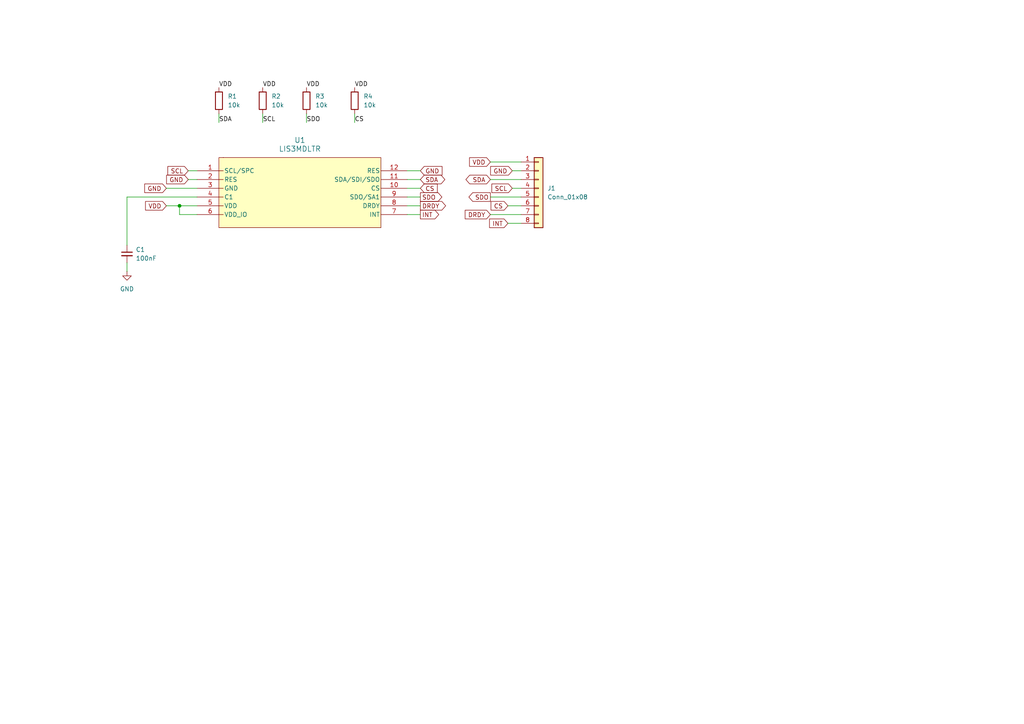
<source format=kicad_sch>
(kicad_sch (version 20231120) (generator "eeschema") (generator_version "8.0")
  (paper "A4")
  (lib_symbols
    (symbol "Connector_Generic:Conn_01x08" (pin_names (offset 1.016) hide)
      (property "Reference" "J" (at 0 10.16 0))
      (property "Value" "Conn_01x08" (at 0 -12.7 0))
      (symbol "Conn_01x08_1_1"
        (rectangle (start -1.27 -10.033) (end 0 -10.287) (stroke (width 0.1524)))
        (rectangle (start -1.27 -7.493) (end 0 -7.747) (stroke (width 0.1524)))
        (rectangle (start -1.27 -4.953) (end 0 -5.207) (stroke (width 0.1524)))
        (rectangle (start -1.27 -2.413) (end 0 -2.667) (stroke (width 0.1524)))
        (rectangle (start -1.27 0.127) (end 0 -0.127) (stroke (width 0.1524)))
        (rectangle (start -1.27 2.667) (end 0 2.413) (stroke (width 0.1524)))
        (rectangle (start -1.27 5.207) (end 0 4.953) (stroke (width 0.1524)))
        (rectangle (start -1.27 7.747) (end 0 7.493) (stroke (width 0.1524)))
        (rectangle (start -1.27 8.89) (end 1.27 -11.43) (stroke (width 0.254)) (fill (type background)))
        (pin passive line (at -5.08 7.62 0) (length 3.81) (name "Pin_1") (number "1"))
        (pin passive line (at -5.08 5.08 0) (length 3.81) (name "Pin_2") (number "2"))
        (pin passive line (at -5.08 2.54 0) (length 3.81) (name "Pin_3") (number "3"))
        (pin passive line (at -5.08 0 0) (length 3.81) (name "Pin_4") (number "4"))
        (pin passive line (at -5.08 -2.54 0) (length 3.81) (name "Pin_5") (number "5"))
        (pin passive line (at -5.08 -5.08 0) (length 3.81) (name "Pin_6") (number "6"))
        (pin passive line (at -5.08 -7.62 0) (length 3.81) (name "Pin_7") (number "7"))
        (pin passive line (at -5.08 -10.16 0) (length 3.81) (name "Pin_8") (number "8"))
      )
    )
    (symbol "Device:C_Small" (pin_numbers hide) (pin_names (offset 0.254) hide)
      (property "Reference" "C" (at 0.254 1.778 0))
      (property "Value" "C_Small" (at 0.254 -2.032 0))
      (symbol "C_Small_0_1"
        (polyline (pts (xy -1.524 -0.508) (xy 1.524 -0.508)) (stroke (width 0.3302)))
        (polyline (pts (xy -1.524 0.508) (xy 1.524 0.508)) (stroke (width 0.3048)))
      )
      (symbol "C_Small_1_1"
        (pin passive line (at 0 2.54 270) (length 2.032) (name "~") (number "1"))
        (pin passive line (at 0 -2.54 90) (length 2.032) (name "~") (number "2"))
      )
    )
    (symbol "Device:R" (pin_numbers hide) (pin_names (offset 0))
      (property "Reference" "R" (at 2.032 0 90))
      (property "Value" "R" (at 0 0 90))
      (symbol "R_0_1"
        (rectangle (start -1.016 -2.54) (end 1.016 2.54) (stroke (width 0.254)))
      )
      (symbol "R_1_1"
        (pin passive line (at 0 3.81 270) (length 1.27) (name "~") (number "1"))
        (pin passive line (at 0 -3.81 90) (length 1.27) (name "~") (number "2"))
      )
    )
    (symbol "lis3mdl:LIS3MDLTR" (pin_names (offset 0.254))
      (property "Reference" "U" (at 30.48 10.16 0))
      (property "Value" "LIS3MDLTR" (at 30.48 7.62 0))
      (symbol "LIS3MDLTR_0_1"
        (pin bidirectional line (at 0 0 0) (length 7.62) (name "SCL/SPC") (number "1"))
        (pin bidirectional line (at 60.96 -5.08 180) (length 7.62) (name "CS") (number "10"))
        (pin bidirectional line (at 60.96 -2.54 180) (length 7.62) (name "SDA/SDI/SDO") (number "11"))
        (pin unspecified line (at 60.96 0 180) (length 7.62) (name "RES") (number "12"))
        (pin unspecified line (at 0 -2.54 0) (length 7.62) (name "RES") (number "2"))
        (pin power_in line (at 0 -5.08 0) (length 7.62) (name "GND") (number "3"))
        (pin unspecified line (at 0 -7.62 0) (length 7.62) (name "C1") (number "4"))
        (pin power_in line (at 0 -10.16 0) (length 7.62) (name "VDD") (number "5"))
        (pin power_in line (at 0 -12.7 0) (length 7.62) (name "VDD_IO") (number "6"))
        (pin unspecified line (at 60.96 -12.7 180) (length 7.62) (name "INT") (number "7"))
        (pin unspecified line (at 60.96 -10.16 180) (length 7.62) (name "DRDY") (number "8"))
        (pin bidirectional line (at 60.96 -7.62 180) (length 7.62) (name "SDO/SA1") (number "9"))
      )
      (symbol "LIS3MDLTR_1_1"
        (rectangle (start 6.35 3.81) (end 53.34 -16.51) (fill (type background)))
        (rectangle (start 7.62 3.81) (end 7.62 3.81))
        (rectangle (start 7.62 3.81) (end 7.62 3.81))
        (rectangle (start 7.62 3.81) (end 7.62 3.81))
      )
    )
    (symbol "power:GND" (power) (pin_numbers hide) (pin_names (offset 0) hide)
      (property "Value" "GND" (at 0 -3.81 0))
      (symbol "GND_0_1"
        (polyline (pts (xy 0 0) (xy 0 -1.27) (xy 1.27 -1.27) (xy 0 -2.54) (xy -1.27 -1.27) (xy 0 -1.27)))
      )
      (symbol "GND_1_1"
        (pin power_in line (at 0 0 270) (length 0) (name "~") (number "1"))
      )
    )
  )
  (junction (at 52.07 59.69))
  (wire (pts (xy 142.24 46.99) (xy 151.13 46.99)))
  (wire (pts (xy 48.26 54.61) (xy 57.15 54.61)))
  (wire (pts (xy 142.24 52.07) (xy 151.13 52.07)))
  (wire (pts (xy 147.32 59.69) (xy 151.13 59.69)))
  (wire (pts (xy 148.59 54.61) (xy 151.13 54.61)))
  (wire (pts (xy 142.24 62.23) (xy 151.13 62.23)))
  (wire (pts (xy 36.83 57.15) (xy 57.15 57.15)))
  (wire (pts (xy 48.26 59.69) (xy 52.07 59.69)))
  (wire (pts (xy 118.11 49.53) (xy 121.92 49.53)))
  (wire (pts (xy 36.83 57.15) (xy 36.83 71.12)))
  (wire (pts (xy 142.24 57.15) (xy 151.13 57.15)))
  (wire (pts (xy 76.2 33.02) (xy 76.2 35.56)))
  (wire (pts (xy 36.83 76.2) (xy 36.83 78.74)))
  (wire (pts (xy 102.87 33.02) (xy 102.87 35.56)))
  (wire (pts (xy 118.11 59.69) (xy 121.92 59.69)))
  (wire (pts (xy 118.11 54.61) (xy 121.92 54.61)))
  (wire (pts (xy 88.9 33.02) (xy 88.9 35.56)))
  (wire (pts (xy 63.5 33.02) (xy 63.5 35.56)))
  (wire (pts (xy 118.11 57.15) (xy 121.92 57.15)))
  (wire (pts (xy 52.07 59.69) (xy 52.07 62.23)))
  (wire (pts (xy 147.32 64.77) (xy 151.13 64.77)))
  (wire (pts (xy 54.61 52.07) (xy 57.15 52.07)))
  (wire (pts (xy 118.11 52.07) (xy 121.92 52.07)))
  (wire (pts (xy 54.61 49.53) (xy 57.15 49.53)))
  (wire (pts (xy 148.59 49.53) (xy 151.13 49.53)))
  (wire (pts (xy 118.11 62.23) (xy 121.92 62.23)))
  (wire (pts (xy 57.15 59.69) (xy 52.07 59.69)))
  (wire (pts (xy 52.07 62.23) (xy 57.15 62.23)))
  (label "VDD" (at 76.2 25.4 0))
  (label "VDD" (at 88.9 25.4 0))
  (label "VDD" (at 63.5 25.4 0))
  (label "CS" (at 102.87 35.56 0))
  (label "SDA" (at 63.5 35.56 0))
  (label "VDD" (at 102.87 25.4 0))
  (label "SCL" (at 76.2 35.56 0))
  (label "SDO" (at 88.9 35.56 0))
  (global_label "GND" (shape input) (at 121.92 49.53 0) (property "Intersheetrefs" "${INTERSHEET_REFS}" (effects (hide yes))))
  (global_label "SCL" (shape input) (at 54.61 49.53 180) (property "Intersheetrefs" "${INTERSHEET_REFS}" (effects (hide yes))))
  (global_label "CS" (shape input) (at 147.32 59.69 180) (property "Intersheetrefs" "${INTERSHEET_REFS}" (effects (hide yes))))
  (global_label "SDO" (shape output) (at 121.92 57.15 0) (property "Intersheetrefs" "${INTERSHEET_REFS}" (effects (hide yes))))
  (global_label "GND" (shape input) (at 48.26 54.61 180) (property "Intersheetrefs" "${INTERSHEET_REFS}" (effects (hide yes))))
  (global_label "INT" (shape output) (at 121.92 62.23 0) (property "Intersheetrefs" "${INTERSHEET_REFS}" (effects (hide yes))))
  (global_label "VDD" (shape input) (at 48.26 59.69 180) (property "Intersheetrefs" "${INTERSHEET_REFS}" (effects (hide yes))))
  (global_label "SDO" (shape output) (at 142.24 57.15 180) (property "Intersheetrefs" "${INTERSHEET_REFS}" (effects (hide yes))))
  (global_label "VDD" (shape input) (at 142.24 46.99 180) (property "Intersheetrefs" "${INTERSHEET_REFS}" (effects (hide yes))))
  (global_label "DRDY" (shape input) (at 142.24 62.23 180) (property "Intersheetrefs" "${INTERSHEET_REFS}" (effects (hide yes))))
  (global_label "DRDY" (shape output) (at 121.92 59.69 0) (property "Intersheetrefs" "${INTERSHEET_REFS}" (effects (hide yes))))
  (global_label "GND" (shape input) (at 54.61 52.07 180) (property "Intersheetrefs" "${INTERSHEET_REFS}" (effects (hide yes))))
  (global_label "INT" (shape input) (at 147.32 64.77 180) (property "Intersheetrefs" "${INTERSHEET_REFS}" (effects (hide yes))))
  (global_label "GND" (shape input) (at 148.59 49.53 180) (property "Intersheetrefs" "${INTERSHEET_REFS}" (effects (hide yes))))
  (global_label "SDA" (shape bidirectional) (at 142.24 52.07 180) (property "Intersheetrefs" "${INTERSHEET_REFS}" (effects (hide yes))))
  (global_label "SCL" (shape input) (at 148.59 54.61 180) (property "Intersheetrefs" "${INTERSHEET_REFS}" (effects (hide yes))))
  (global_label "CS" (shape input) (at 121.92 54.61 0) (property "Intersheetrefs" "${INTERSHEET_REFS}" (effects (hide yes))))
  (global_label "SDA" (shape bidirectional) (at 121.92 52.07 0) (property "Intersheetrefs" "${INTERSHEET_REFS}" (effects (hide yes))))
  (symbol (lib_id "Device:R") (at 63.5 29.21 0) (unit 1)
    (property "Reference" "R1" (at 66.04 27.9399 0) (effects (justify left)))
    (property "Value" "10k" (at 66.04 30.4799 0) (effects (justify left)))
    (property "Footprint" "Resistor_SMD:R_0603_1608Metric" (effects (hide yes)))
    (property "Description" "Resistor" (effects (hide yes)))
  )
  (symbol (lib_id "Device:R") (at 102.87 29.21 0) (unit 1)
    (property "Reference" "R4" (at 105.41 27.9399 0) (effects (justify left)))
    (property "Value" "10k" (at 105.41 30.4799 0) (effects (justify left)))
    (property "Footprint" "Resistor_SMD:R_0603_1608Metric" (effects (hide yes)))
    (property "Description" "Resistor" (effects (hide yes)))
  )
  (symbol (lib_id "Connector_Generic:Conn_01x08") (at 156.21 54.61 0) (unit 1)
    (property "Reference" "J1" (at 158.75 54.6099 0) (effects (justify left)))
    (property "Value" "Conn_01x08" (at 158.75 57.1499 0) (effects (justify left)))
    (property "Footprint" "Connector_PinHeader_2.54mm:PinHeader_1x08_P2.54mm_Vertical" (effects (hide yes)))
    (property "Description" "Generic connector, single row, 01x08, script generated (kicad-library-utils/schlib/autogen/connector/)" (effects (hide yes)))
  )
  (symbol (lib_id "Device:R") (at 76.2 29.21 0) (unit 1)
    (property "Reference" "R2" (at 78.74 27.9399 0) (effects (justify left)))
    (property "Value" "10k" (at 78.74 30.4799 0) (effects (justify left)))
    (property "Footprint" "Resistor_SMD:R_0603_1608Metric" (effects (hide yes)))
    (property "Description" "Resistor" (effects (hide yes)))
  )
  (symbol (lib_id "Device:C_Small") (at 36.83 73.66 0) (unit 1)
    (property "Reference" "C1" (at 39.37 72.3962 0) (effects (justify left)))
    (property "Value" "100nF" (at 39.37 74.9362 0) (effects (justify left)))
    (property "Footprint" "Capacitor_SMD:C_0603_1608Metric" (effects (hide yes)))
    (property "Description" "Unpolarized capacitor, small symbol" (effects (hide yes)))
  )
  (symbol (lib_id "Device:R") (at 88.9 29.21 0) (unit 1)
    (property "Reference" "R3" (at 91.44 27.9399 0) (effects (justify left)))
    (property "Value" "10k" (at 91.44 30.4799 0) (effects (justify left)))
    (property "Footprint" "Resistor_SMD:R_0603_1608Metric" (effects (hide yes)))
    (property "Description" "Resistor" (effects (hide yes)))
  )
  (symbol (lib_id "power:GND") (at 36.83 78.74 0) (unit 1)
    (property "Reference" "#PWR01" (effects (hide yes)))
    (property "Value" "GND" (at 36.83 83.82 0))
    (property "Description" "Power symbol creates a global label with name \"GND\" , ground" (effects (hide yes)))
  )
  (symbol (lib_id "lis3mdl:LIS3MDLTR") (at 57.15 49.53 0) (unit 1)
    (property "Reference" "U1" (at 86.995 40.64 0) (effects (font (size 1.524 1.524))))
    (property "Value" "LIS3MDLTR" (at 86.995 43.18 0) (effects (font (size 1.524 1.524))))
    (property "Footprint" "LGA-12_2X2X1_STM" (effects (hide yes)))
    (property "Datasheet" "LIS3MDLTR" (effects (hide yes)))
  )
)
</source>
